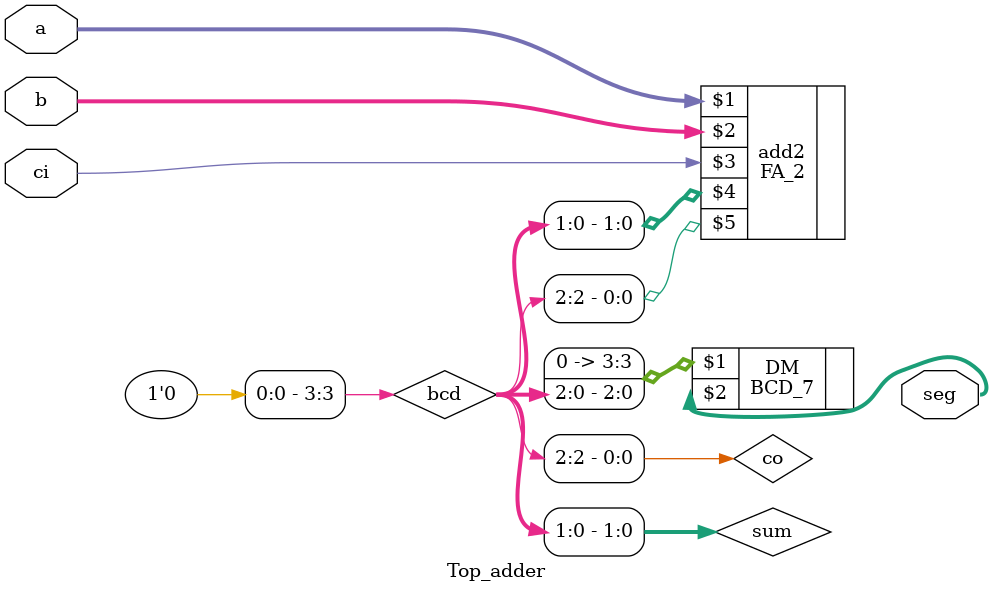
<source format=v>
`timescale 1ns / 1ps


module Top_adder(input[1:0] a, b, input ci, output[6:0] seg);
    wire[1:0] sum;
    wire co;
    FA_2 add2(a, b, ci, sum, co);
    wire[3:0] bcd;
    assign bcd = {1'b0, co, sum};
    BCD_7 DM(bcd, seg);
endmodule

</source>
